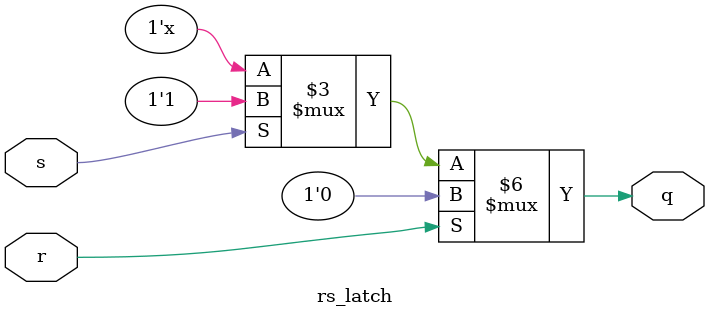
<source format=v>
module rs_latch(r, s, q);
	input r, s;
	output reg q;
	
	initial q <= 0;
	
	always @(*) begin
		q <= q;
		if(r) q <= 0;
		else if(s) q <= 1;
	end
endmodule

</source>
